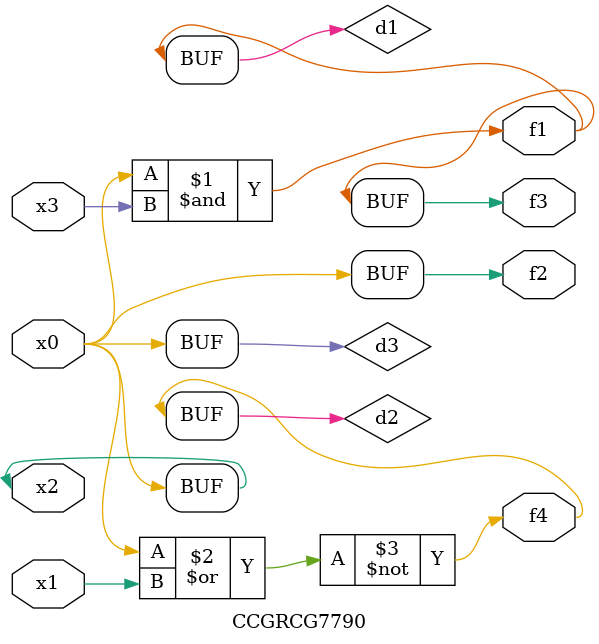
<source format=v>
module CCGRCG7790(
	input x0, x1, x2, x3,
	output f1, f2, f3, f4
);

	wire d1, d2, d3;

	and (d1, x2, x3);
	nor (d2, x0, x1);
	buf (d3, x0, x2);
	assign f1 = d1;
	assign f2 = d3;
	assign f3 = d1;
	assign f4 = d2;
endmodule

</source>
